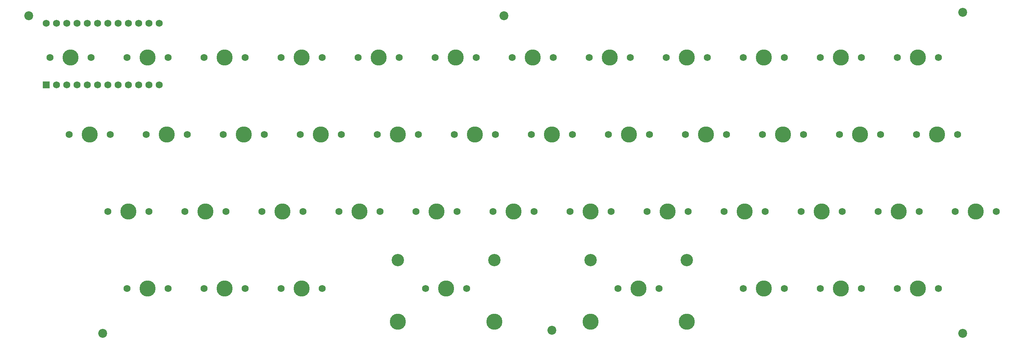
<source format=gbr>
G04 #@! TF.GenerationSoftware,KiCad,Pcbnew,(5.1.9-0-10_14)*
G04 #@! TF.CreationDate,2021-07-01T09:13:36-05:00*
G04 #@! TF.ProjectId,keyboard,6b657962-6f61-4726-942e-6b696361645f,rev?*
G04 #@! TF.SameCoordinates,Original*
G04 #@! TF.FileFunction,Soldermask,Top*
G04 #@! TF.FilePolarity,Negative*
%FSLAX46Y46*%
G04 Gerber Fmt 4.6, Leading zero omitted, Abs format (unit mm)*
G04 Created by KiCad (PCBNEW (5.1.9-0-10_14)) date 2021-07-01 09:13:36*
%MOMM*%
%LPD*%
G01*
G04 APERTURE LIST*
%ADD10C,2.200000*%
%ADD11C,1.752600*%
%ADD12R,1.752600X1.752600*%
%ADD13C,3.987800*%
%ADD14C,1.750000*%
%ADD15C,3.048000*%
G04 APERTURE END LIST*
D10*
X141278600Y-19842500D03*
X153184100Y-97625100D03*
X254777700Y-19048800D03*
X254777700Y-98418800D03*
X42066100Y-98418800D03*
X23811000Y-19842500D03*
D11*
X28096100Y-21746900D03*
X56036100Y-36986900D03*
X30636100Y-21746900D03*
X33176100Y-21746900D03*
X35716100Y-21746900D03*
X38256100Y-21746900D03*
X40796100Y-21746900D03*
X43336100Y-21746900D03*
X45876100Y-21746900D03*
X48416100Y-21746900D03*
X50956100Y-21746900D03*
X53496100Y-21746900D03*
X56036100Y-21746900D03*
X53496100Y-36986900D03*
X50956100Y-36986900D03*
X48416100Y-36986900D03*
X45876100Y-36986900D03*
X43336100Y-36986900D03*
X40796100Y-36986900D03*
X38256100Y-36986900D03*
X35716100Y-36986900D03*
X33176100Y-36986900D03*
X30636100Y-36986900D03*
D12*
X28096100Y-36986900D03*
D13*
X67464500Y-68258200D03*
D14*
X62384500Y-68258200D03*
X72544500Y-68258200D03*
D13*
X148421900Y-30160600D03*
D14*
X143341900Y-30160600D03*
X153501900Y-30160600D03*
D13*
X86513300Y-68258200D03*
D14*
X81433300Y-68258200D03*
X91593300Y-68258200D03*
D13*
X72226700Y-87307000D03*
D14*
X67146700Y-87307000D03*
X77306700Y-87307000D03*
D13*
X72226700Y-30160600D03*
D14*
X67146700Y-30160600D03*
X77306700Y-30160600D03*
D13*
X124610900Y-68258200D03*
D14*
X119530900Y-68258200D03*
X129690900Y-68258200D03*
D13*
X167470700Y-30160600D03*
D14*
X162390700Y-30160600D03*
X172550700Y-30160600D03*
D13*
X34129100Y-30160600D03*
D14*
X29049100Y-30160600D03*
X39209100Y-30160600D03*
D13*
X129373100Y-30160600D03*
D14*
X124293100Y-30160600D03*
X134453100Y-30160600D03*
D13*
X126992000Y-87307000D03*
D14*
X121912000Y-87307000D03*
X132072000Y-87307000D03*
D15*
X115085750Y-80322000D03*
X138898250Y-80322000D03*
D13*
X115085750Y-95562000D03*
X138898250Y-95562000D03*
X243665900Y-87307000D03*
D14*
X238585900Y-87307000D03*
X248745900Y-87307000D03*
D13*
X174614000Y-87307000D03*
D14*
X169534000Y-87307000D03*
X179694000Y-87307000D03*
D15*
X162707750Y-80322000D03*
X186520250Y-80322000D03*
D13*
X162707750Y-95562000D03*
X186520250Y-95562000D03*
X238903700Y-68258200D03*
D14*
X233823700Y-68258200D03*
X243983700Y-68258200D03*
D13*
X48415700Y-68258200D03*
D14*
X43335700Y-68258200D03*
X53495700Y-68258200D03*
D13*
X229379300Y-49209400D03*
D14*
X224299300Y-49209400D03*
X234459300Y-49209400D03*
D13*
X76988900Y-49209400D03*
D14*
X71908900Y-49209400D03*
X82068900Y-49209400D03*
D13*
X110324300Y-30160600D03*
D14*
X105244300Y-30160600D03*
X115404300Y-30160600D03*
D13*
X248428100Y-49209400D03*
D14*
X243348100Y-49209400D03*
X253508100Y-49209400D03*
D13*
X53177900Y-30160600D03*
D14*
X48097900Y-30160600D03*
X58257900Y-30160600D03*
D13*
X224617100Y-30160600D03*
D14*
X219537100Y-30160600D03*
X229697100Y-30160600D03*
D13*
X205568300Y-30160600D03*
D14*
X200488300Y-30160600D03*
X210648300Y-30160600D03*
D13*
X162708500Y-68258200D03*
D14*
X157628500Y-68258200D03*
X167788500Y-68258200D03*
D13*
X205568300Y-87307000D03*
D14*
X200488300Y-87307000D03*
X210648300Y-87307000D03*
D13*
X181757300Y-68258200D03*
D14*
X176677300Y-68258200D03*
X186837300Y-68258200D03*
D13*
X210330500Y-49209400D03*
D14*
X205250500Y-49209400D03*
X215410500Y-49209400D03*
D13*
X191281700Y-49209400D03*
D14*
X186201700Y-49209400D03*
X196361700Y-49209400D03*
D13*
X172232900Y-49209400D03*
D14*
X167152900Y-49209400D03*
X177312900Y-49209400D03*
D13*
X186519500Y-30160600D03*
D14*
X181439500Y-30160600D03*
X191599500Y-30160600D03*
D13*
X153184100Y-49209400D03*
D14*
X148104100Y-49209400D03*
X158264100Y-49209400D03*
D13*
X134135300Y-49209400D03*
D14*
X129055300Y-49209400D03*
X139215300Y-49209400D03*
D13*
X115086500Y-49209400D03*
D14*
X110006500Y-49209400D03*
X120166500Y-49209400D03*
D13*
X224617100Y-87307000D03*
D14*
X219537100Y-87307000D03*
X229697100Y-87307000D03*
D13*
X91275500Y-30160600D03*
D14*
X86195500Y-30160600D03*
X96355500Y-30160600D03*
D13*
X219854900Y-68258200D03*
D14*
X214774900Y-68258200D03*
X224934900Y-68258200D03*
D13*
X96037700Y-49209400D03*
D14*
X90957700Y-49209400D03*
X101117700Y-49209400D03*
D13*
X38891300Y-49209400D03*
D14*
X33811300Y-49209400D03*
X43971300Y-49209400D03*
D13*
X53177900Y-87307000D03*
D14*
X48097900Y-87307000D03*
X58257900Y-87307000D03*
D13*
X200806100Y-68258200D03*
D14*
X195726100Y-68258200D03*
X205886100Y-68258200D03*
D13*
X105562100Y-68258200D03*
D14*
X100482100Y-68258200D03*
X110642100Y-68258200D03*
D13*
X243665900Y-30160600D03*
D14*
X238585900Y-30160600D03*
X248745900Y-30160600D03*
D13*
X143659700Y-68258200D03*
D14*
X138579700Y-68258200D03*
X148739700Y-68258200D03*
D13*
X91275500Y-87307000D03*
D14*
X86195500Y-87307000D03*
X96355500Y-87307000D03*
D13*
X57940100Y-49209400D03*
D14*
X52860100Y-49209400D03*
X63020100Y-49209400D03*
D13*
X257952500Y-68258200D03*
D14*
X252872500Y-68258200D03*
X263032500Y-68258200D03*
M02*

</source>
